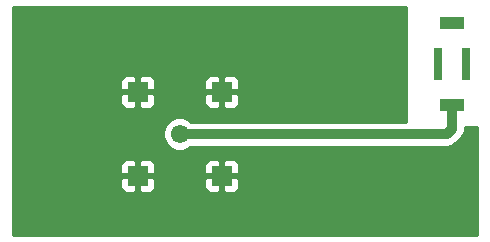
<source format=gbr>
G04 #@! TF.FileFunction,Copper,L1,Top,Signal*
%FSLAX46Y46*%
G04 Gerber Fmt 4.6, Leading zero omitted, Abs format (unit mm)*
G04 Created by KiCad (PCBNEW 4.0.5) date 04/28/17 15:12:26*
%MOMM*%
%LPD*%
G01*
G04 APERTURE LIST*
%ADD10C,0.100000*%
%ADD11R,0.800000X2.800000*%
%ADD12R,2.000000X1.000000*%
%ADD13R,1.651000X1.651000*%
%ADD14C,1.550000*%
%ADD15C,0.838200*%
%ADD16C,0.254000*%
G04 APERTURE END LIST*
D10*
D11*
X36067200Y14584400D03*
D12*
X37287200Y18074400D03*
X37287200Y11074400D03*
D11*
X38507200Y14574400D03*
D13*
X10668000Y5105400D03*
X17780000Y12217400D03*
X10668000Y12217400D03*
X17780000Y5105400D03*
D14*
X14224000Y8661400D03*
D15*
X14249400Y8636000D02*
X15595600Y8636000D01*
X37287200Y9093200D02*
X37287200Y11074400D01*
X36830000Y8636000D02*
X15595600Y8636000D01*
X37287200Y9093200D02*
X36830000Y8636000D01*
X14249400Y8636000D02*
X14224000Y8661400D01*
D16*
G36*
X33401000Y9690100D02*
X15189398Y9690100D01*
X15023744Y9856043D01*
X14505697Y10071155D01*
X13944764Y10071645D01*
X13426342Y9857437D01*
X13029357Y9461144D01*
X12814245Y8943097D01*
X12813755Y8382164D01*
X13027963Y7863742D01*
X13424256Y7466757D01*
X13942303Y7251645D01*
X14503236Y7251155D01*
X15021658Y7465363D01*
X15138398Y7581900D01*
X36830000Y7581900D01*
X37233387Y7662139D01*
X37575361Y7890639D01*
X38032561Y8347838D01*
X38225104Y8636000D01*
X38261061Y8689813D01*
X38341300Y9093200D01*
X38341300Y9220200D01*
X39395400Y9220200D01*
X39395400Y127000D01*
X127000Y127000D01*
X127000Y4819650D01*
X9207500Y4819650D01*
X9207500Y4153590D01*
X9304173Y3920201D01*
X9482802Y3741573D01*
X9716191Y3644900D01*
X10382250Y3644900D01*
X10541000Y3803650D01*
X10541000Y4978400D01*
X10795000Y4978400D01*
X10795000Y3803650D01*
X10953750Y3644900D01*
X11619809Y3644900D01*
X11853198Y3741573D01*
X12031827Y3920201D01*
X12128500Y4153590D01*
X12128500Y4819650D01*
X16319500Y4819650D01*
X16319500Y4153590D01*
X16416173Y3920201D01*
X16594802Y3741573D01*
X16828191Y3644900D01*
X17494250Y3644900D01*
X17653000Y3803650D01*
X17653000Y4978400D01*
X17907000Y4978400D01*
X17907000Y3803650D01*
X18065750Y3644900D01*
X18731809Y3644900D01*
X18965198Y3741573D01*
X19143827Y3920201D01*
X19240500Y4153590D01*
X19240500Y4819650D01*
X19081750Y4978400D01*
X17907000Y4978400D01*
X17653000Y4978400D01*
X16478250Y4978400D01*
X16319500Y4819650D01*
X12128500Y4819650D01*
X11969750Y4978400D01*
X10795000Y4978400D01*
X10541000Y4978400D01*
X9366250Y4978400D01*
X9207500Y4819650D01*
X127000Y4819650D01*
X127000Y6057210D01*
X9207500Y6057210D01*
X9207500Y5391150D01*
X9366250Y5232400D01*
X10541000Y5232400D01*
X10541000Y6407150D01*
X10795000Y6407150D01*
X10795000Y5232400D01*
X11969750Y5232400D01*
X12128500Y5391150D01*
X12128500Y6057210D01*
X16319500Y6057210D01*
X16319500Y5391150D01*
X16478250Y5232400D01*
X17653000Y5232400D01*
X17653000Y6407150D01*
X17907000Y6407150D01*
X17907000Y5232400D01*
X19081750Y5232400D01*
X19240500Y5391150D01*
X19240500Y6057210D01*
X19143827Y6290599D01*
X18965198Y6469227D01*
X18731809Y6565900D01*
X18065750Y6565900D01*
X17907000Y6407150D01*
X17653000Y6407150D01*
X17494250Y6565900D01*
X16828191Y6565900D01*
X16594802Y6469227D01*
X16416173Y6290599D01*
X16319500Y6057210D01*
X12128500Y6057210D01*
X12031827Y6290599D01*
X11853198Y6469227D01*
X11619809Y6565900D01*
X10953750Y6565900D01*
X10795000Y6407150D01*
X10541000Y6407150D01*
X10382250Y6565900D01*
X9716191Y6565900D01*
X9482802Y6469227D01*
X9304173Y6290599D01*
X9207500Y6057210D01*
X127000Y6057210D01*
X127000Y11931650D01*
X9207500Y11931650D01*
X9207500Y11265590D01*
X9304173Y11032201D01*
X9482802Y10853573D01*
X9716191Y10756900D01*
X10382250Y10756900D01*
X10541000Y10915650D01*
X10541000Y12090400D01*
X10795000Y12090400D01*
X10795000Y10915650D01*
X10953750Y10756900D01*
X11619809Y10756900D01*
X11853198Y10853573D01*
X12031827Y11032201D01*
X12128500Y11265590D01*
X12128500Y11931650D01*
X16319500Y11931650D01*
X16319500Y11265590D01*
X16416173Y11032201D01*
X16594802Y10853573D01*
X16828191Y10756900D01*
X17494250Y10756900D01*
X17653000Y10915650D01*
X17653000Y12090400D01*
X17907000Y12090400D01*
X17907000Y10915650D01*
X18065750Y10756900D01*
X18731809Y10756900D01*
X18965198Y10853573D01*
X19143827Y11032201D01*
X19240500Y11265590D01*
X19240500Y11931650D01*
X19081750Y12090400D01*
X17907000Y12090400D01*
X17653000Y12090400D01*
X16478250Y12090400D01*
X16319500Y11931650D01*
X12128500Y11931650D01*
X11969750Y12090400D01*
X10795000Y12090400D01*
X10541000Y12090400D01*
X9366250Y12090400D01*
X9207500Y11931650D01*
X127000Y11931650D01*
X127000Y13169210D01*
X9207500Y13169210D01*
X9207500Y12503150D01*
X9366250Y12344400D01*
X10541000Y12344400D01*
X10541000Y13519150D01*
X10795000Y13519150D01*
X10795000Y12344400D01*
X11969750Y12344400D01*
X12128500Y12503150D01*
X12128500Y13169210D01*
X16319500Y13169210D01*
X16319500Y12503150D01*
X16478250Y12344400D01*
X17653000Y12344400D01*
X17653000Y13519150D01*
X17907000Y13519150D01*
X17907000Y12344400D01*
X19081750Y12344400D01*
X19240500Y12503150D01*
X19240500Y13169210D01*
X19143827Y13402599D01*
X18965198Y13581227D01*
X18731809Y13677900D01*
X18065750Y13677900D01*
X17907000Y13519150D01*
X17653000Y13519150D01*
X17494250Y13677900D01*
X16828191Y13677900D01*
X16594802Y13581227D01*
X16416173Y13402599D01*
X16319500Y13169210D01*
X12128500Y13169210D01*
X12031827Y13402599D01*
X11853198Y13581227D01*
X11619809Y13677900D01*
X10953750Y13677900D01*
X10795000Y13519150D01*
X10541000Y13519150D01*
X10382250Y13677900D01*
X9716191Y13677900D01*
X9482802Y13581227D01*
X9304173Y13402599D01*
X9207500Y13169210D01*
X127000Y13169210D01*
X127000Y19380200D01*
X33401000Y19380200D01*
X33401000Y9690100D01*
X33401000Y9690100D01*
G37*
X33401000Y9690100D02*
X15189398Y9690100D01*
X15023744Y9856043D01*
X14505697Y10071155D01*
X13944764Y10071645D01*
X13426342Y9857437D01*
X13029357Y9461144D01*
X12814245Y8943097D01*
X12813755Y8382164D01*
X13027963Y7863742D01*
X13424256Y7466757D01*
X13942303Y7251645D01*
X14503236Y7251155D01*
X15021658Y7465363D01*
X15138398Y7581900D01*
X36830000Y7581900D01*
X37233387Y7662139D01*
X37575361Y7890639D01*
X38032561Y8347838D01*
X38225104Y8636000D01*
X38261061Y8689813D01*
X38341300Y9093200D01*
X38341300Y9220200D01*
X39395400Y9220200D01*
X39395400Y127000D01*
X127000Y127000D01*
X127000Y4819650D01*
X9207500Y4819650D01*
X9207500Y4153590D01*
X9304173Y3920201D01*
X9482802Y3741573D01*
X9716191Y3644900D01*
X10382250Y3644900D01*
X10541000Y3803650D01*
X10541000Y4978400D01*
X10795000Y4978400D01*
X10795000Y3803650D01*
X10953750Y3644900D01*
X11619809Y3644900D01*
X11853198Y3741573D01*
X12031827Y3920201D01*
X12128500Y4153590D01*
X12128500Y4819650D01*
X16319500Y4819650D01*
X16319500Y4153590D01*
X16416173Y3920201D01*
X16594802Y3741573D01*
X16828191Y3644900D01*
X17494250Y3644900D01*
X17653000Y3803650D01*
X17653000Y4978400D01*
X17907000Y4978400D01*
X17907000Y3803650D01*
X18065750Y3644900D01*
X18731809Y3644900D01*
X18965198Y3741573D01*
X19143827Y3920201D01*
X19240500Y4153590D01*
X19240500Y4819650D01*
X19081750Y4978400D01*
X17907000Y4978400D01*
X17653000Y4978400D01*
X16478250Y4978400D01*
X16319500Y4819650D01*
X12128500Y4819650D01*
X11969750Y4978400D01*
X10795000Y4978400D01*
X10541000Y4978400D01*
X9366250Y4978400D01*
X9207500Y4819650D01*
X127000Y4819650D01*
X127000Y6057210D01*
X9207500Y6057210D01*
X9207500Y5391150D01*
X9366250Y5232400D01*
X10541000Y5232400D01*
X10541000Y6407150D01*
X10795000Y6407150D01*
X10795000Y5232400D01*
X11969750Y5232400D01*
X12128500Y5391150D01*
X12128500Y6057210D01*
X16319500Y6057210D01*
X16319500Y5391150D01*
X16478250Y5232400D01*
X17653000Y5232400D01*
X17653000Y6407150D01*
X17907000Y6407150D01*
X17907000Y5232400D01*
X19081750Y5232400D01*
X19240500Y5391150D01*
X19240500Y6057210D01*
X19143827Y6290599D01*
X18965198Y6469227D01*
X18731809Y6565900D01*
X18065750Y6565900D01*
X17907000Y6407150D01*
X17653000Y6407150D01*
X17494250Y6565900D01*
X16828191Y6565900D01*
X16594802Y6469227D01*
X16416173Y6290599D01*
X16319500Y6057210D01*
X12128500Y6057210D01*
X12031827Y6290599D01*
X11853198Y6469227D01*
X11619809Y6565900D01*
X10953750Y6565900D01*
X10795000Y6407150D01*
X10541000Y6407150D01*
X10382250Y6565900D01*
X9716191Y6565900D01*
X9482802Y6469227D01*
X9304173Y6290599D01*
X9207500Y6057210D01*
X127000Y6057210D01*
X127000Y11931650D01*
X9207500Y11931650D01*
X9207500Y11265590D01*
X9304173Y11032201D01*
X9482802Y10853573D01*
X9716191Y10756900D01*
X10382250Y10756900D01*
X10541000Y10915650D01*
X10541000Y12090400D01*
X10795000Y12090400D01*
X10795000Y10915650D01*
X10953750Y10756900D01*
X11619809Y10756900D01*
X11853198Y10853573D01*
X12031827Y11032201D01*
X12128500Y11265590D01*
X12128500Y11931650D01*
X16319500Y11931650D01*
X16319500Y11265590D01*
X16416173Y11032201D01*
X16594802Y10853573D01*
X16828191Y10756900D01*
X17494250Y10756900D01*
X17653000Y10915650D01*
X17653000Y12090400D01*
X17907000Y12090400D01*
X17907000Y10915650D01*
X18065750Y10756900D01*
X18731809Y10756900D01*
X18965198Y10853573D01*
X19143827Y11032201D01*
X19240500Y11265590D01*
X19240500Y11931650D01*
X19081750Y12090400D01*
X17907000Y12090400D01*
X17653000Y12090400D01*
X16478250Y12090400D01*
X16319500Y11931650D01*
X12128500Y11931650D01*
X11969750Y12090400D01*
X10795000Y12090400D01*
X10541000Y12090400D01*
X9366250Y12090400D01*
X9207500Y11931650D01*
X127000Y11931650D01*
X127000Y13169210D01*
X9207500Y13169210D01*
X9207500Y12503150D01*
X9366250Y12344400D01*
X10541000Y12344400D01*
X10541000Y13519150D01*
X10795000Y13519150D01*
X10795000Y12344400D01*
X11969750Y12344400D01*
X12128500Y12503150D01*
X12128500Y13169210D01*
X16319500Y13169210D01*
X16319500Y12503150D01*
X16478250Y12344400D01*
X17653000Y12344400D01*
X17653000Y13519150D01*
X17907000Y13519150D01*
X17907000Y12344400D01*
X19081750Y12344400D01*
X19240500Y12503150D01*
X19240500Y13169210D01*
X19143827Y13402599D01*
X18965198Y13581227D01*
X18731809Y13677900D01*
X18065750Y13677900D01*
X17907000Y13519150D01*
X17653000Y13519150D01*
X17494250Y13677900D01*
X16828191Y13677900D01*
X16594802Y13581227D01*
X16416173Y13402599D01*
X16319500Y13169210D01*
X12128500Y13169210D01*
X12031827Y13402599D01*
X11853198Y13581227D01*
X11619809Y13677900D01*
X10953750Y13677900D01*
X10795000Y13519150D01*
X10541000Y13519150D01*
X10382250Y13677900D01*
X9716191Y13677900D01*
X9482802Y13581227D01*
X9304173Y13402599D01*
X9207500Y13169210D01*
X127000Y13169210D01*
X127000Y19380200D01*
X33401000Y19380200D01*
X33401000Y9690100D01*
M02*

</source>
